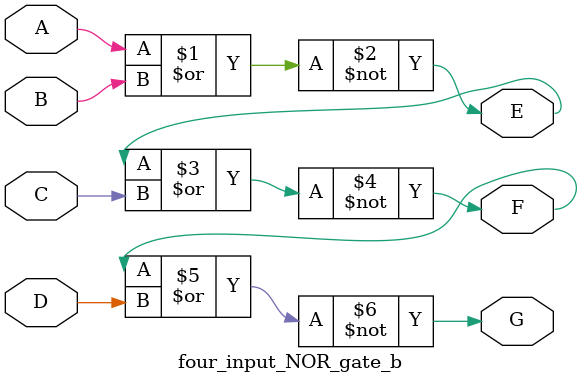
<source format=v>
`timescale 1ns / 1ps

module four_input_NOR_gate_b(
    input A,
    input B,
    output E,
    input C,
    output F,
    input D,
    output G
    );
    
    assign E = ~(A | B);
    assign F = ~(E | C);
    assign G = ~(F | D);
endmodule
</source>
